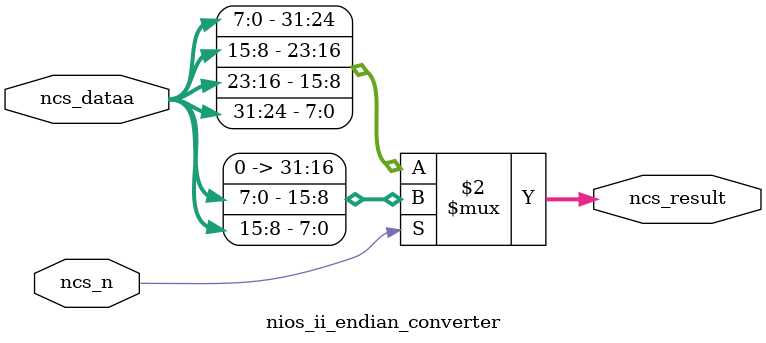
<source format=v>
/*
  Legal Notice: (C)2009 Altera Corporation. All rights reserved.  Your
  use of Altera Corporation's design tools, logic functions and other
  software and tools, and its AMPP partner logic functions, and any
  output files any of the foregoing (including device programming or
  simulation files), and any associated documentation or information are
  expressly subject to the terms and conditions of the Altera Program
  License Subscription Agreement or other applicable license agreement,
  including, without limitation, that your use is for the sole purpose
  of programming logic devices manufactured by Altera and sold by Altera
  or its authorized distributors.  Please refer to the applicable
  agreement for further details.
*/

module nios_ii_endian_converter(
  ncs_dataa,
  ncs_n,
  ncs_result
);

  input [31:0] ncs_dataa;
  input ncs_n;
  
  output [31:0] ncs_result;
  wire [31:0] ncs_result;
  
  assign ncs_result = (ncs_n == 0)? {ncs_dataa[7:0], ncs_dataa[15:8], ncs_dataa[23:16], ncs_dataa[31:24]} :
                                    {16'b0, ncs_dataa[7:0], ncs_dataa[15:8]};

endmodule

</source>
